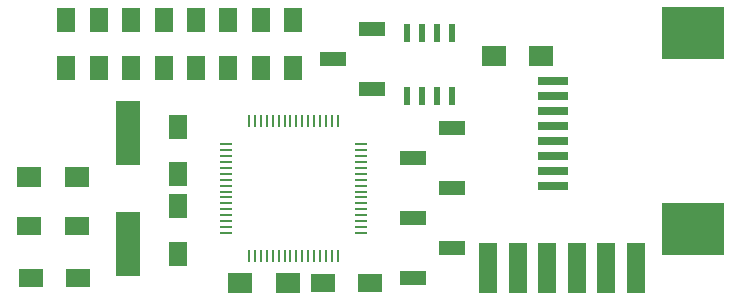
<source format=gts>
G04 #@! TF.FileFunction,Soldermask,Top*
%FSLAX46Y46*%
G04 Gerber Fmt 4.6, Leading zero omitted, Abs format (unit mm)*
G04 Created by KiCad (PCBNEW (2015-01-16 BZR 5376)-product) date 3/7/2015 3:38:27 PM*
%MOMM*%
G01*
G04 APERTURE LIST*
%ADD10C,0.149860*%
%ADD11R,1.000000X0.250000*%
%ADD12R,0.250000X1.000000*%
%ADD13R,1.600000X2.000000*%
%ADD14R,2.000000X1.600000*%
%ADD15R,2.000000X1.700000*%
%ADD16R,2.200000X1.270000*%
%ADD17R,1.998980X5.499100*%
%ADD18R,2.540000X0.635000*%
%ADD19R,5.207000X4.521200*%
%ADD20R,0.600000X1.550000*%
%ADD21R,1.524000X4.318000*%
G04 APERTURE END LIST*
D10*
D11*
X238250000Y-141050000D03*
X238250000Y-141550000D03*
X238250000Y-142050000D03*
X238250000Y-142550000D03*
X238250000Y-143050000D03*
X238250000Y-143550000D03*
X238250000Y-144050000D03*
X238250000Y-144550000D03*
X238250000Y-145050000D03*
X238250000Y-145550000D03*
X238250000Y-146050000D03*
X238250000Y-146550000D03*
X238250000Y-147050000D03*
X238250000Y-147550000D03*
X238250000Y-148050000D03*
X238250000Y-148550000D03*
D12*
X240200000Y-150500000D03*
X240700000Y-150500000D03*
X241200000Y-150500000D03*
X241700000Y-150500000D03*
X242200000Y-150500000D03*
X242700000Y-150500000D03*
X243200000Y-150500000D03*
X243700000Y-150500000D03*
X244200000Y-150500000D03*
X244700000Y-150500000D03*
X245200000Y-150500000D03*
X245700000Y-150500000D03*
X246200000Y-150500000D03*
X246700000Y-150500000D03*
X247200000Y-150500000D03*
X247700000Y-150500000D03*
D11*
X249650000Y-148550000D03*
X249650000Y-148050000D03*
X249650000Y-147550000D03*
X249650000Y-147050000D03*
X249650000Y-146550000D03*
X249650000Y-146050000D03*
X249650000Y-145550000D03*
X249650000Y-145050000D03*
X249650000Y-144550000D03*
X249650000Y-144050000D03*
X249650000Y-143550000D03*
X249650000Y-143050000D03*
X249650000Y-142550000D03*
X249650000Y-142050000D03*
X249650000Y-141550000D03*
X249650000Y-141050000D03*
D12*
X247700000Y-139100000D03*
X247200000Y-139100000D03*
X246700000Y-139100000D03*
X246200000Y-139100000D03*
X245700000Y-139100000D03*
X245200000Y-139100000D03*
X244700000Y-139100000D03*
X244200000Y-139100000D03*
X243700000Y-139100000D03*
X243200000Y-139100000D03*
X242700000Y-139100000D03*
X242200000Y-139100000D03*
X241700000Y-139100000D03*
X241200000Y-139100000D03*
X240700000Y-139100000D03*
X240200000Y-139100000D03*
D13*
X234200000Y-143550000D03*
X234200000Y-139550000D03*
X234200000Y-146300000D03*
X234200000Y-150300000D03*
X224700000Y-134550000D03*
X224700000Y-130550000D03*
D14*
X250450000Y-152800000D03*
X246450000Y-152800000D03*
D13*
X243950000Y-134550000D03*
X243950000Y-130550000D03*
X241200000Y-134550000D03*
X241200000Y-130550000D03*
X238450000Y-134550000D03*
X238450000Y-130550000D03*
X235700000Y-134550000D03*
X235700000Y-130550000D03*
X232950000Y-134550000D03*
X232950000Y-130550000D03*
X230200000Y-134550000D03*
X230200000Y-130550000D03*
X227450000Y-134550000D03*
X227450000Y-130550000D03*
D14*
X225600000Y-148000000D03*
X221600000Y-148000000D03*
X225700000Y-152400000D03*
X221700000Y-152400000D03*
D15*
X221600000Y-143800000D03*
X225600000Y-143800000D03*
D16*
X247300000Y-133800000D03*
X250600000Y-131260000D03*
X250600000Y-136340000D03*
X257350000Y-139700000D03*
X254050000Y-142240000D03*
X257350000Y-144780000D03*
X257350000Y-149860000D03*
X254050000Y-152400000D03*
X254050000Y-147320000D03*
D15*
X260950000Y-133550000D03*
X264950000Y-133550000D03*
X243450000Y-152800000D03*
X239450000Y-152800000D03*
D17*
X229950000Y-140101000D03*
X229950000Y-149499000D03*
D18*
X265950000Y-144550000D03*
X265950000Y-143280000D03*
X265950000Y-142010000D03*
X265950000Y-140740000D03*
X265950000Y-139470000D03*
X265950000Y-138200000D03*
X265950000Y-136930000D03*
X265950000Y-135660000D03*
D19*
X277748300Y-131659500D03*
X277748300Y-148233000D03*
D20*
X253545000Y-137000000D03*
X254815000Y-137000000D03*
X256085000Y-137000000D03*
X257355000Y-137000000D03*
X257355000Y-131600000D03*
X256085000Y-131600000D03*
X254815000Y-131600000D03*
X253545000Y-131600000D03*
D21*
X260450000Y-151550000D03*
X262950000Y-151550000D03*
X265450000Y-151550000D03*
X267950000Y-151550000D03*
X270450000Y-151550000D03*
X272950000Y-151550000D03*
M02*

</source>
